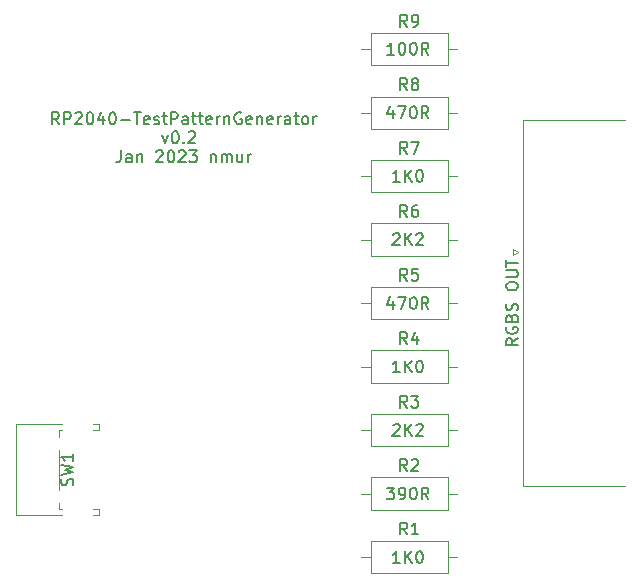
<source format=gto>
%TF.GenerationSoftware,KiCad,Pcbnew,7.0.10*%
%TF.CreationDate,2024-01-30T15:37:57+11:00*%
%TF.ProjectId,RP2040-TestPatternGenerator,52503230-3430-42d5-9465-737450617474,rev?*%
%TF.SameCoordinates,Original*%
%TF.FileFunction,Legend,Top*%
%TF.FilePolarity,Positive*%
%FSLAX46Y46*%
G04 Gerber Fmt 4.6, Leading zero omitted, Abs format (unit mm)*
G04 Created by KiCad (PCBNEW 7.0.10) date 2024-01-30 15:37:57*
%MOMM*%
%LPD*%
G01*
G04 APERTURE LIST*
%ADD10C,0.150000*%
%ADD11C,0.120000*%
%ADD12O,1.600000X1.600000*%
%ADD13C,1.600000*%
%ADD14C,4.000000*%
%ADD15O,4.000000X4.000000*%
%ADD16R,1.600000X1.600000*%
%ADD17C,2.100000*%
%ADD18C,1.750000*%
G04 APERTURE END LIST*
D10*
X149703523Y-75715319D02*
X149132095Y-75715319D01*
X149417809Y-75715319D02*
X149417809Y-74715319D01*
X149417809Y-74715319D02*
X149322571Y-74858176D01*
X149322571Y-74858176D02*
X149227333Y-74953414D01*
X149227333Y-74953414D02*
X149132095Y-75001033D01*
X150132095Y-75715319D02*
X150132095Y-74715319D01*
X150703523Y-75715319D02*
X150274952Y-75143890D01*
X150703523Y-74715319D02*
X150132095Y-75286747D01*
X151322571Y-74715319D02*
X151417809Y-74715319D01*
X151417809Y-74715319D02*
X151513047Y-74762938D01*
X151513047Y-74762938D02*
X151560666Y-74810557D01*
X151560666Y-74810557D02*
X151608285Y-74905795D01*
X151608285Y-74905795D02*
X151655904Y-75096271D01*
X151655904Y-75096271D02*
X151655904Y-75334366D01*
X151655904Y-75334366D02*
X151608285Y-75524842D01*
X151608285Y-75524842D02*
X151560666Y-75620080D01*
X151560666Y-75620080D02*
X151513047Y-75667700D01*
X151513047Y-75667700D02*
X151417809Y-75715319D01*
X151417809Y-75715319D02*
X151322571Y-75715319D01*
X151322571Y-75715319D02*
X151227333Y-75667700D01*
X151227333Y-75667700D02*
X151179714Y-75620080D01*
X151179714Y-75620080D02*
X151132095Y-75524842D01*
X151132095Y-75524842D02*
X151084476Y-75334366D01*
X151084476Y-75334366D02*
X151084476Y-75096271D01*
X151084476Y-75096271D02*
X151132095Y-74905795D01*
X151132095Y-74905795D02*
X151179714Y-74810557D01*
X151179714Y-74810557D02*
X151227333Y-74762938D01*
X151227333Y-74762938D02*
X151322571Y-74715319D01*
X149227333Y-64954819D02*
X148655905Y-64954819D01*
X148941619Y-64954819D02*
X148941619Y-63954819D01*
X148941619Y-63954819D02*
X148846381Y-64097676D01*
X148846381Y-64097676D02*
X148751143Y-64192914D01*
X148751143Y-64192914D02*
X148655905Y-64240533D01*
X149846381Y-63954819D02*
X149941619Y-63954819D01*
X149941619Y-63954819D02*
X150036857Y-64002438D01*
X150036857Y-64002438D02*
X150084476Y-64050057D01*
X150084476Y-64050057D02*
X150132095Y-64145295D01*
X150132095Y-64145295D02*
X150179714Y-64335771D01*
X150179714Y-64335771D02*
X150179714Y-64573866D01*
X150179714Y-64573866D02*
X150132095Y-64764342D01*
X150132095Y-64764342D02*
X150084476Y-64859580D01*
X150084476Y-64859580D02*
X150036857Y-64907200D01*
X150036857Y-64907200D02*
X149941619Y-64954819D01*
X149941619Y-64954819D02*
X149846381Y-64954819D01*
X149846381Y-64954819D02*
X149751143Y-64907200D01*
X149751143Y-64907200D02*
X149703524Y-64859580D01*
X149703524Y-64859580D02*
X149655905Y-64764342D01*
X149655905Y-64764342D02*
X149608286Y-64573866D01*
X149608286Y-64573866D02*
X149608286Y-64335771D01*
X149608286Y-64335771D02*
X149655905Y-64145295D01*
X149655905Y-64145295D02*
X149703524Y-64050057D01*
X149703524Y-64050057D02*
X149751143Y-64002438D01*
X149751143Y-64002438D02*
X149846381Y-63954819D01*
X150798762Y-63954819D02*
X150894000Y-63954819D01*
X150894000Y-63954819D02*
X150989238Y-64002438D01*
X150989238Y-64002438D02*
X151036857Y-64050057D01*
X151036857Y-64050057D02*
X151084476Y-64145295D01*
X151084476Y-64145295D02*
X151132095Y-64335771D01*
X151132095Y-64335771D02*
X151132095Y-64573866D01*
X151132095Y-64573866D02*
X151084476Y-64764342D01*
X151084476Y-64764342D02*
X151036857Y-64859580D01*
X151036857Y-64859580D02*
X150989238Y-64907200D01*
X150989238Y-64907200D02*
X150894000Y-64954819D01*
X150894000Y-64954819D02*
X150798762Y-64954819D01*
X150798762Y-64954819D02*
X150703524Y-64907200D01*
X150703524Y-64907200D02*
X150655905Y-64859580D01*
X150655905Y-64859580D02*
X150608286Y-64764342D01*
X150608286Y-64764342D02*
X150560667Y-64573866D01*
X150560667Y-64573866D02*
X150560667Y-64335771D01*
X150560667Y-64335771D02*
X150608286Y-64145295D01*
X150608286Y-64145295D02*
X150655905Y-64050057D01*
X150655905Y-64050057D02*
X150703524Y-64002438D01*
X150703524Y-64002438D02*
X150798762Y-63954819D01*
X152132095Y-64954819D02*
X151798762Y-64478628D01*
X151560667Y-64954819D02*
X151560667Y-63954819D01*
X151560667Y-63954819D02*
X151941619Y-63954819D01*
X151941619Y-63954819D02*
X152036857Y-64002438D01*
X152036857Y-64002438D02*
X152084476Y-64050057D01*
X152084476Y-64050057D02*
X152132095Y-64145295D01*
X152132095Y-64145295D02*
X152132095Y-64288152D01*
X152132095Y-64288152D02*
X152084476Y-64383390D01*
X152084476Y-64383390D02*
X152036857Y-64431009D01*
X152036857Y-64431009D02*
X151941619Y-64478628D01*
X151941619Y-64478628D02*
X151560667Y-64478628D01*
X149132095Y-69668402D02*
X149132095Y-70335069D01*
X148894000Y-69287450D02*
X148655905Y-70001735D01*
X148655905Y-70001735D02*
X149274952Y-70001735D01*
X149560667Y-69335069D02*
X150227333Y-69335069D01*
X150227333Y-69335069D02*
X149798762Y-70335069D01*
X150798762Y-69335069D02*
X150894000Y-69335069D01*
X150894000Y-69335069D02*
X150989238Y-69382688D01*
X150989238Y-69382688D02*
X151036857Y-69430307D01*
X151036857Y-69430307D02*
X151084476Y-69525545D01*
X151084476Y-69525545D02*
X151132095Y-69716021D01*
X151132095Y-69716021D02*
X151132095Y-69954116D01*
X151132095Y-69954116D02*
X151084476Y-70144592D01*
X151084476Y-70144592D02*
X151036857Y-70239830D01*
X151036857Y-70239830D02*
X150989238Y-70287450D01*
X150989238Y-70287450D02*
X150894000Y-70335069D01*
X150894000Y-70335069D02*
X150798762Y-70335069D01*
X150798762Y-70335069D02*
X150703524Y-70287450D01*
X150703524Y-70287450D02*
X150655905Y-70239830D01*
X150655905Y-70239830D02*
X150608286Y-70144592D01*
X150608286Y-70144592D02*
X150560667Y-69954116D01*
X150560667Y-69954116D02*
X150560667Y-69716021D01*
X150560667Y-69716021D02*
X150608286Y-69525545D01*
X150608286Y-69525545D02*
X150655905Y-69430307D01*
X150655905Y-69430307D02*
X150703524Y-69382688D01*
X150703524Y-69382688D02*
X150798762Y-69335069D01*
X152132095Y-70335069D02*
X151798762Y-69858878D01*
X151560667Y-70335069D02*
X151560667Y-69335069D01*
X151560667Y-69335069D02*
X151941619Y-69335069D01*
X151941619Y-69335069D02*
X152036857Y-69382688D01*
X152036857Y-69382688D02*
X152084476Y-69430307D01*
X152084476Y-69430307D02*
X152132095Y-69525545D01*
X152132095Y-69525545D02*
X152132095Y-69668402D01*
X152132095Y-69668402D02*
X152084476Y-69763640D01*
X152084476Y-69763640D02*
X152036857Y-69811259D01*
X152036857Y-69811259D02*
X151941619Y-69858878D01*
X151941619Y-69858878D02*
X151560667Y-69858878D01*
X148608286Y-101616569D02*
X149227333Y-101616569D01*
X149227333Y-101616569D02*
X148894000Y-101997521D01*
X148894000Y-101997521D02*
X149036857Y-101997521D01*
X149036857Y-101997521D02*
X149132095Y-102045140D01*
X149132095Y-102045140D02*
X149179714Y-102092759D01*
X149179714Y-102092759D02*
X149227333Y-102187997D01*
X149227333Y-102187997D02*
X149227333Y-102426092D01*
X149227333Y-102426092D02*
X149179714Y-102521330D01*
X149179714Y-102521330D02*
X149132095Y-102568950D01*
X149132095Y-102568950D02*
X149036857Y-102616569D01*
X149036857Y-102616569D02*
X148751143Y-102616569D01*
X148751143Y-102616569D02*
X148655905Y-102568950D01*
X148655905Y-102568950D02*
X148608286Y-102521330D01*
X149703524Y-102616569D02*
X149894000Y-102616569D01*
X149894000Y-102616569D02*
X149989238Y-102568950D01*
X149989238Y-102568950D02*
X150036857Y-102521330D01*
X150036857Y-102521330D02*
X150132095Y-102378473D01*
X150132095Y-102378473D02*
X150179714Y-102187997D01*
X150179714Y-102187997D02*
X150179714Y-101807045D01*
X150179714Y-101807045D02*
X150132095Y-101711807D01*
X150132095Y-101711807D02*
X150084476Y-101664188D01*
X150084476Y-101664188D02*
X149989238Y-101616569D01*
X149989238Y-101616569D02*
X149798762Y-101616569D01*
X149798762Y-101616569D02*
X149703524Y-101664188D01*
X149703524Y-101664188D02*
X149655905Y-101711807D01*
X149655905Y-101711807D02*
X149608286Y-101807045D01*
X149608286Y-101807045D02*
X149608286Y-102045140D01*
X149608286Y-102045140D02*
X149655905Y-102140378D01*
X149655905Y-102140378D02*
X149703524Y-102187997D01*
X149703524Y-102187997D02*
X149798762Y-102235616D01*
X149798762Y-102235616D02*
X149989238Y-102235616D01*
X149989238Y-102235616D02*
X150084476Y-102187997D01*
X150084476Y-102187997D02*
X150132095Y-102140378D01*
X150132095Y-102140378D02*
X150179714Y-102045140D01*
X150798762Y-101616569D02*
X150894000Y-101616569D01*
X150894000Y-101616569D02*
X150989238Y-101664188D01*
X150989238Y-101664188D02*
X151036857Y-101711807D01*
X151036857Y-101711807D02*
X151084476Y-101807045D01*
X151084476Y-101807045D02*
X151132095Y-101997521D01*
X151132095Y-101997521D02*
X151132095Y-102235616D01*
X151132095Y-102235616D02*
X151084476Y-102426092D01*
X151084476Y-102426092D02*
X151036857Y-102521330D01*
X151036857Y-102521330D02*
X150989238Y-102568950D01*
X150989238Y-102568950D02*
X150894000Y-102616569D01*
X150894000Y-102616569D02*
X150798762Y-102616569D01*
X150798762Y-102616569D02*
X150703524Y-102568950D01*
X150703524Y-102568950D02*
X150655905Y-102521330D01*
X150655905Y-102521330D02*
X150608286Y-102426092D01*
X150608286Y-102426092D02*
X150560667Y-102235616D01*
X150560667Y-102235616D02*
X150560667Y-101997521D01*
X150560667Y-101997521D02*
X150608286Y-101807045D01*
X150608286Y-101807045D02*
X150655905Y-101711807D01*
X150655905Y-101711807D02*
X150703524Y-101664188D01*
X150703524Y-101664188D02*
X150798762Y-101616569D01*
X152132095Y-102616569D02*
X151798762Y-102140378D01*
X151560667Y-102616569D02*
X151560667Y-101616569D01*
X151560667Y-101616569D02*
X151941619Y-101616569D01*
X151941619Y-101616569D02*
X152036857Y-101664188D01*
X152036857Y-101664188D02*
X152084476Y-101711807D01*
X152084476Y-101711807D02*
X152132095Y-101807045D01*
X152132095Y-101807045D02*
X152132095Y-101949902D01*
X152132095Y-101949902D02*
X152084476Y-102045140D01*
X152084476Y-102045140D02*
X152036857Y-102092759D01*
X152036857Y-102092759D02*
X151941619Y-102140378D01*
X151941619Y-102140378D02*
X151560667Y-102140378D01*
X120852378Y-70844819D02*
X120519045Y-70368628D01*
X120280950Y-70844819D02*
X120280950Y-69844819D01*
X120280950Y-69844819D02*
X120661902Y-69844819D01*
X120661902Y-69844819D02*
X120757140Y-69892438D01*
X120757140Y-69892438D02*
X120804759Y-69940057D01*
X120804759Y-69940057D02*
X120852378Y-70035295D01*
X120852378Y-70035295D02*
X120852378Y-70178152D01*
X120852378Y-70178152D02*
X120804759Y-70273390D01*
X120804759Y-70273390D02*
X120757140Y-70321009D01*
X120757140Y-70321009D02*
X120661902Y-70368628D01*
X120661902Y-70368628D02*
X120280950Y-70368628D01*
X121280950Y-70844819D02*
X121280950Y-69844819D01*
X121280950Y-69844819D02*
X121661902Y-69844819D01*
X121661902Y-69844819D02*
X121757140Y-69892438D01*
X121757140Y-69892438D02*
X121804759Y-69940057D01*
X121804759Y-69940057D02*
X121852378Y-70035295D01*
X121852378Y-70035295D02*
X121852378Y-70178152D01*
X121852378Y-70178152D02*
X121804759Y-70273390D01*
X121804759Y-70273390D02*
X121757140Y-70321009D01*
X121757140Y-70321009D02*
X121661902Y-70368628D01*
X121661902Y-70368628D02*
X121280950Y-70368628D01*
X122233331Y-69940057D02*
X122280950Y-69892438D01*
X122280950Y-69892438D02*
X122376188Y-69844819D01*
X122376188Y-69844819D02*
X122614283Y-69844819D01*
X122614283Y-69844819D02*
X122709521Y-69892438D01*
X122709521Y-69892438D02*
X122757140Y-69940057D01*
X122757140Y-69940057D02*
X122804759Y-70035295D01*
X122804759Y-70035295D02*
X122804759Y-70130533D01*
X122804759Y-70130533D02*
X122757140Y-70273390D01*
X122757140Y-70273390D02*
X122185712Y-70844819D01*
X122185712Y-70844819D02*
X122804759Y-70844819D01*
X123423807Y-69844819D02*
X123519045Y-69844819D01*
X123519045Y-69844819D02*
X123614283Y-69892438D01*
X123614283Y-69892438D02*
X123661902Y-69940057D01*
X123661902Y-69940057D02*
X123709521Y-70035295D01*
X123709521Y-70035295D02*
X123757140Y-70225771D01*
X123757140Y-70225771D02*
X123757140Y-70463866D01*
X123757140Y-70463866D02*
X123709521Y-70654342D01*
X123709521Y-70654342D02*
X123661902Y-70749580D01*
X123661902Y-70749580D02*
X123614283Y-70797200D01*
X123614283Y-70797200D02*
X123519045Y-70844819D01*
X123519045Y-70844819D02*
X123423807Y-70844819D01*
X123423807Y-70844819D02*
X123328569Y-70797200D01*
X123328569Y-70797200D02*
X123280950Y-70749580D01*
X123280950Y-70749580D02*
X123233331Y-70654342D01*
X123233331Y-70654342D02*
X123185712Y-70463866D01*
X123185712Y-70463866D02*
X123185712Y-70225771D01*
X123185712Y-70225771D02*
X123233331Y-70035295D01*
X123233331Y-70035295D02*
X123280950Y-69940057D01*
X123280950Y-69940057D02*
X123328569Y-69892438D01*
X123328569Y-69892438D02*
X123423807Y-69844819D01*
X124614283Y-70178152D02*
X124614283Y-70844819D01*
X124376188Y-69797200D02*
X124138093Y-70511485D01*
X124138093Y-70511485D02*
X124757140Y-70511485D01*
X125328569Y-69844819D02*
X125423807Y-69844819D01*
X125423807Y-69844819D02*
X125519045Y-69892438D01*
X125519045Y-69892438D02*
X125566664Y-69940057D01*
X125566664Y-69940057D02*
X125614283Y-70035295D01*
X125614283Y-70035295D02*
X125661902Y-70225771D01*
X125661902Y-70225771D02*
X125661902Y-70463866D01*
X125661902Y-70463866D02*
X125614283Y-70654342D01*
X125614283Y-70654342D02*
X125566664Y-70749580D01*
X125566664Y-70749580D02*
X125519045Y-70797200D01*
X125519045Y-70797200D02*
X125423807Y-70844819D01*
X125423807Y-70844819D02*
X125328569Y-70844819D01*
X125328569Y-70844819D02*
X125233331Y-70797200D01*
X125233331Y-70797200D02*
X125185712Y-70749580D01*
X125185712Y-70749580D02*
X125138093Y-70654342D01*
X125138093Y-70654342D02*
X125090474Y-70463866D01*
X125090474Y-70463866D02*
X125090474Y-70225771D01*
X125090474Y-70225771D02*
X125138093Y-70035295D01*
X125138093Y-70035295D02*
X125185712Y-69940057D01*
X125185712Y-69940057D02*
X125233331Y-69892438D01*
X125233331Y-69892438D02*
X125328569Y-69844819D01*
X126090474Y-70463866D02*
X126852379Y-70463866D01*
X127185712Y-69844819D02*
X127757140Y-69844819D01*
X127471426Y-70844819D02*
X127471426Y-69844819D01*
X128471426Y-70797200D02*
X128376188Y-70844819D01*
X128376188Y-70844819D02*
X128185712Y-70844819D01*
X128185712Y-70844819D02*
X128090474Y-70797200D01*
X128090474Y-70797200D02*
X128042855Y-70701961D01*
X128042855Y-70701961D02*
X128042855Y-70321009D01*
X128042855Y-70321009D02*
X128090474Y-70225771D01*
X128090474Y-70225771D02*
X128185712Y-70178152D01*
X128185712Y-70178152D02*
X128376188Y-70178152D01*
X128376188Y-70178152D02*
X128471426Y-70225771D01*
X128471426Y-70225771D02*
X128519045Y-70321009D01*
X128519045Y-70321009D02*
X128519045Y-70416247D01*
X128519045Y-70416247D02*
X128042855Y-70511485D01*
X128899998Y-70797200D02*
X128995236Y-70844819D01*
X128995236Y-70844819D02*
X129185712Y-70844819D01*
X129185712Y-70844819D02*
X129280950Y-70797200D01*
X129280950Y-70797200D02*
X129328569Y-70701961D01*
X129328569Y-70701961D02*
X129328569Y-70654342D01*
X129328569Y-70654342D02*
X129280950Y-70559104D01*
X129280950Y-70559104D02*
X129185712Y-70511485D01*
X129185712Y-70511485D02*
X129042855Y-70511485D01*
X129042855Y-70511485D02*
X128947617Y-70463866D01*
X128947617Y-70463866D02*
X128899998Y-70368628D01*
X128899998Y-70368628D02*
X128899998Y-70321009D01*
X128899998Y-70321009D02*
X128947617Y-70225771D01*
X128947617Y-70225771D02*
X129042855Y-70178152D01*
X129042855Y-70178152D02*
X129185712Y-70178152D01*
X129185712Y-70178152D02*
X129280950Y-70225771D01*
X129614284Y-70178152D02*
X129995236Y-70178152D01*
X129757141Y-69844819D02*
X129757141Y-70701961D01*
X129757141Y-70701961D02*
X129804760Y-70797200D01*
X129804760Y-70797200D02*
X129899998Y-70844819D01*
X129899998Y-70844819D02*
X129995236Y-70844819D01*
X130328570Y-70844819D02*
X130328570Y-69844819D01*
X130328570Y-69844819D02*
X130709522Y-69844819D01*
X130709522Y-69844819D02*
X130804760Y-69892438D01*
X130804760Y-69892438D02*
X130852379Y-69940057D01*
X130852379Y-69940057D02*
X130899998Y-70035295D01*
X130899998Y-70035295D02*
X130899998Y-70178152D01*
X130899998Y-70178152D02*
X130852379Y-70273390D01*
X130852379Y-70273390D02*
X130804760Y-70321009D01*
X130804760Y-70321009D02*
X130709522Y-70368628D01*
X130709522Y-70368628D02*
X130328570Y-70368628D01*
X131757141Y-70844819D02*
X131757141Y-70321009D01*
X131757141Y-70321009D02*
X131709522Y-70225771D01*
X131709522Y-70225771D02*
X131614284Y-70178152D01*
X131614284Y-70178152D02*
X131423808Y-70178152D01*
X131423808Y-70178152D02*
X131328570Y-70225771D01*
X131757141Y-70797200D02*
X131661903Y-70844819D01*
X131661903Y-70844819D02*
X131423808Y-70844819D01*
X131423808Y-70844819D02*
X131328570Y-70797200D01*
X131328570Y-70797200D02*
X131280951Y-70701961D01*
X131280951Y-70701961D02*
X131280951Y-70606723D01*
X131280951Y-70606723D02*
X131328570Y-70511485D01*
X131328570Y-70511485D02*
X131423808Y-70463866D01*
X131423808Y-70463866D02*
X131661903Y-70463866D01*
X131661903Y-70463866D02*
X131757141Y-70416247D01*
X132090475Y-70178152D02*
X132471427Y-70178152D01*
X132233332Y-69844819D02*
X132233332Y-70701961D01*
X132233332Y-70701961D02*
X132280951Y-70797200D01*
X132280951Y-70797200D02*
X132376189Y-70844819D01*
X132376189Y-70844819D02*
X132471427Y-70844819D01*
X132661904Y-70178152D02*
X133042856Y-70178152D01*
X132804761Y-69844819D02*
X132804761Y-70701961D01*
X132804761Y-70701961D02*
X132852380Y-70797200D01*
X132852380Y-70797200D02*
X132947618Y-70844819D01*
X132947618Y-70844819D02*
X133042856Y-70844819D01*
X133757142Y-70797200D02*
X133661904Y-70844819D01*
X133661904Y-70844819D02*
X133471428Y-70844819D01*
X133471428Y-70844819D02*
X133376190Y-70797200D01*
X133376190Y-70797200D02*
X133328571Y-70701961D01*
X133328571Y-70701961D02*
X133328571Y-70321009D01*
X133328571Y-70321009D02*
X133376190Y-70225771D01*
X133376190Y-70225771D02*
X133471428Y-70178152D01*
X133471428Y-70178152D02*
X133661904Y-70178152D01*
X133661904Y-70178152D02*
X133757142Y-70225771D01*
X133757142Y-70225771D02*
X133804761Y-70321009D01*
X133804761Y-70321009D02*
X133804761Y-70416247D01*
X133804761Y-70416247D02*
X133328571Y-70511485D01*
X134233333Y-70844819D02*
X134233333Y-70178152D01*
X134233333Y-70368628D02*
X134280952Y-70273390D01*
X134280952Y-70273390D02*
X134328571Y-70225771D01*
X134328571Y-70225771D02*
X134423809Y-70178152D01*
X134423809Y-70178152D02*
X134519047Y-70178152D01*
X134852381Y-70178152D02*
X134852381Y-70844819D01*
X134852381Y-70273390D02*
X134900000Y-70225771D01*
X134900000Y-70225771D02*
X134995238Y-70178152D01*
X134995238Y-70178152D02*
X135138095Y-70178152D01*
X135138095Y-70178152D02*
X135233333Y-70225771D01*
X135233333Y-70225771D02*
X135280952Y-70321009D01*
X135280952Y-70321009D02*
X135280952Y-70844819D01*
X136280952Y-69892438D02*
X136185714Y-69844819D01*
X136185714Y-69844819D02*
X136042857Y-69844819D01*
X136042857Y-69844819D02*
X135900000Y-69892438D01*
X135900000Y-69892438D02*
X135804762Y-69987676D01*
X135804762Y-69987676D02*
X135757143Y-70082914D01*
X135757143Y-70082914D02*
X135709524Y-70273390D01*
X135709524Y-70273390D02*
X135709524Y-70416247D01*
X135709524Y-70416247D02*
X135757143Y-70606723D01*
X135757143Y-70606723D02*
X135804762Y-70701961D01*
X135804762Y-70701961D02*
X135900000Y-70797200D01*
X135900000Y-70797200D02*
X136042857Y-70844819D01*
X136042857Y-70844819D02*
X136138095Y-70844819D01*
X136138095Y-70844819D02*
X136280952Y-70797200D01*
X136280952Y-70797200D02*
X136328571Y-70749580D01*
X136328571Y-70749580D02*
X136328571Y-70416247D01*
X136328571Y-70416247D02*
X136138095Y-70416247D01*
X137138095Y-70797200D02*
X137042857Y-70844819D01*
X137042857Y-70844819D02*
X136852381Y-70844819D01*
X136852381Y-70844819D02*
X136757143Y-70797200D01*
X136757143Y-70797200D02*
X136709524Y-70701961D01*
X136709524Y-70701961D02*
X136709524Y-70321009D01*
X136709524Y-70321009D02*
X136757143Y-70225771D01*
X136757143Y-70225771D02*
X136852381Y-70178152D01*
X136852381Y-70178152D02*
X137042857Y-70178152D01*
X137042857Y-70178152D02*
X137138095Y-70225771D01*
X137138095Y-70225771D02*
X137185714Y-70321009D01*
X137185714Y-70321009D02*
X137185714Y-70416247D01*
X137185714Y-70416247D02*
X136709524Y-70511485D01*
X137614286Y-70178152D02*
X137614286Y-70844819D01*
X137614286Y-70273390D02*
X137661905Y-70225771D01*
X137661905Y-70225771D02*
X137757143Y-70178152D01*
X137757143Y-70178152D02*
X137900000Y-70178152D01*
X137900000Y-70178152D02*
X137995238Y-70225771D01*
X137995238Y-70225771D02*
X138042857Y-70321009D01*
X138042857Y-70321009D02*
X138042857Y-70844819D01*
X138900000Y-70797200D02*
X138804762Y-70844819D01*
X138804762Y-70844819D02*
X138614286Y-70844819D01*
X138614286Y-70844819D02*
X138519048Y-70797200D01*
X138519048Y-70797200D02*
X138471429Y-70701961D01*
X138471429Y-70701961D02*
X138471429Y-70321009D01*
X138471429Y-70321009D02*
X138519048Y-70225771D01*
X138519048Y-70225771D02*
X138614286Y-70178152D01*
X138614286Y-70178152D02*
X138804762Y-70178152D01*
X138804762Y-70178152D02*
X138900000Y-70225771D01*
X138900000Y-70225771D02*
X138947619Y-70321009D01*
X138947619Y-70321009D02*
X138947619Y-70416247D01*
X138947619Y-70416247D02*
X138471429Y-70511485D01*
X139376191Y-70844819D02*
X139376191Y-70178152D01*
X139376191Y-70368628D02*
X139423810Y-70273390D01*
X139423810Y-70273390D02*
X139471429Y-70225771D01*
X139471429Y-70225771D02*
X139566667Y-70178152D01*
X139566667Y-70178152D02*
X139661905Y-70178152D01*
X140423810Y-70844819D02*
X140423810Y-70321009D01*
X140423810Y-70321009D02*
X140376191Y-70225771D01*
X140376191Y-70225771D02*
X140280953Y-70178152D01*
X140280953Y-70178152D02*
X140090477Y-70178152D01*
X140090477Y-70178152D02*
X139995239Y-70225771D01*
X140423810Y-70797200D02*
X140328572Y-70844819D01*
X140328572Y-70844819D02*
X140090477Y-70844819D01*
X140090477Y-70844819D02*
X139995239Y-70797200D01*
X139995239Y-70797200D02*
X139947620Y-70701961D01*
X139947620Y-70701961D02*
X139947620Y-70606723D01*
X139947620Y-70606723D02*
X139995239Y-70511485D01*
X139995239Y-70511485D02*
X140090477Y-70463866D01*
X140090477Y-70463866D02*
X140328572Y-70463866D01*
X140328572Y-70463866D02*
X140423810Y-70416247D01*
X140757144Y-70178152D02*
X141138096Y-70178152D01*
X140900001Y-69844819D02*
X140900001Y-70701961D01*
X140900001Y-70701961D02*
X140947620Y-70797200D01*
X140947620Y-70797200D02*
X141042858Y-70844819D01*
X141042858Y-70844819D02*
X141138096Y-70844819D01*
X141614287Y-70844819D02*
X141519049Y-70797200D01*
X141519049Y-70797200D02*
X141471430Y-70749580D01*
X141471430Y-70749580D02*
X141423811Y-70654342D01*
X141423811Y-70654342D02*
X141423811Y-70368628D01*
X141423811Y-70368628D02*
X141471430Y-70273390D01*
X141471430Y-70273390D02*
X141519049Y-70225771D01*
X141519049Y-70225771D02*
X141614287Y-70178152D01*
X141614287Y-70178152D02*
X141757144Y-70178152D01*
X141757144Y-70178152D02*
X141852382Y-70225771D01*
X141852382Y-70225771D02*
X141900001Y-70273390D01*
X141900001Y-70273390D02*
X141947620Y-70368628D01*
X141947620Y-70368628D02*
X141947620Y-70654342D01*
X141947620Y-70654342D02*
X141900001Y-70749580D01*
X141900001Y-70749580D02*
X141852382Y-70797200D01*
X141852382Y-70797200D02*
X141757144Y-70844819D01*
X141757144Y-70844819D02*
X141614287Y-70844819D01*
X142376192Y-70844819D02*
X142376192Y-70178152D01*
X142376192Y-70368628D02*
X142423811Y-70273390D01*
X142423811Y-70273390D02*
X142471430Y-70225771D01*
X142471430Y-70225771D02*
X142566668Y-70178152D01*
X142566668Y-70178152D02*
X142661906Y-70178152D01*
X129590476Y-71788152D02*
X129828571Y-72454819D01*
X129828571Y-72454819D02*
X130066666Y-71788152D01*
X130638095Y-71454819D02*
X130733333Y-71454819D01*
X130733333Y-71454819D02*
X130828571Y-71502438D01*
X130828571Y-71502438D02*
X130876190Y-71550057D01*
X130876190Y-71550057D02*
X130923809Y-71645295D01*
X130923809Y-71645295D02*
X130971428Y-71835771D01*
X130971428Y-71835771D02*
X130971428Y-72073866D01*
X130971428Y-72073866D02*
X130923809Y-72264342D01*
X130923809Y-72264342D02*
X130876190Y-72359580D01*
X130876190Y-72359580D02*
X130828571Y-72407200D01*
X130828571Y-72407200D02*
X130733333Y-72454819D01*
X130733333Y-72454819D02*
X130638095Y-72454819D01*
X130638095Y-72454819D02*
X130542857Y-72407200D01*
X130542857Y-72407200D02*
X130495238Y-72359580D01*
X130495238Y-72359580D02*
X130447619Y-72264342D01*
X130447619Y-72264342D02*
X130400000Y-72073866D01*
X130400000Y-72073866D02*
X130400000Y-71835771D01*
X130400000Y-71835771D02*
X130447619Y-71645295D01*
X130447619Y-71645295D02*
X130495238Y-71550057D01*
X130495238Y-71550057D02*
X130542857Y-71502438D01*
X130542857Y-71502438D02*
X130638095Y-71454819D01*
X131400000Y-72359580D02*
X131447619Y-72407200D01*
X131447619Y-72407200D02*
X131400000Y-72454819D01*
X131400000Y-72454819D02*
X131352381Y-72407200D01*
X131352381Y-72407200D02*
X131400000Y-72359580D01*
X131400000Y-72359580D02*
X131400000Y-72454819D01*
X131828571Y-71550057D02*
X131876190Y-71502438D01*
X131876190Y-71502438D02*
X131971428Y-71454819D01*
X131971428Y-71454819D02*
X132209523Y-71454819D01*
X132209523Y-71454819D02*
X132304761Y-71502438D01*
X132304761Y-71502438D02*
X132352380Y-71550057D01*
X132352380Y-71550057D02*
X132399999Y-71645295D01*
X132399999Y-71645295D02*
X132399999Y-71740533D01*
X132399999Y-71740533D02*
X132352380Y-71883390D01*
X132352380Y-71883390D02*
X131780952Y-72454819D01*
X131780952Y-72454819D02*
X132399999Y-72454819D01*
X126090475Y-73064819D02*
X126090475Y-73779104D01*
X126090475Y-73779104D02*
X126042856Y-73921961D01*
X126042856Y-73921961D02*
X125947618Y-74017200D01*
X125947618Y-74017200D02*
X125804761Y-74064819D01*
X125804761Y-74064819D02*
X125709523Y-74064819D01*
X126995237Y-74064819D02*
X126995237Y-73541009D01*
X126995237Y-73541009D02*
X126947618Y-73445771D01*
X126947618Y-73445771D02*
X126852380Y-73398152D01*
X126852380Y-73398152D02*
X126661904Y-73398152D01*
X126661904Y-73398152D02*
X126566666Y-73445771D01*
X126995237Y-74017200D02*
X126899999Y-74064819D01*
X126899999Y-74064819D02*
X126661904Y-74064819D01*
X126661904Y-74064819D02*
X126566666Y-74017200D01*
X126566666Y-74017200D02*
X126519047Y-73921961D01*
X126519047Y-73921961D02*
X126519047Y-73826723D01*
X126519047Y-73826723D02*
X126566666Y-73731485D01*
X126566666Y-73731485D02*
X126661904Y-73683866D01*
X126661904Y-73683866D02*
X126899999Y-73683866D01*
X126899999Y-73683866D02*
X126995237Y-73636247D01*
X127471428Y-73398152D02*
X127471428Y-74064819D01*
X127471428Y-73493390D02*
X127519047Y-73445771D01*
X127519047Y-73445771D02*
X127614285Y-73398152D01*
X127614285Y-73398152D02*
X127757142Y-73398152D01*
X127757142Y-73398152D02*
X127852380Y-73445771D01*
X127852380Y-73445771D02*
X127899999Y-73541009D01*
X127899999Y-73541009D02*
X127899999Y-74064819D01*
X129090476Y-73160057D02*
X129138095Y-73112438D01*
X129138095Y-73112438D02*
X129233333Y-73064819D01*
X129233333Y-73064819D02*
X129471428Y-73064819D01*
X129471428Y-73064819D02*
X129566666Y-73112438D01*
X129566666Y-73112438D02*
X129614285Y-73160057D01*
X129614285Y-73160057D02*
X129661904Y-73255295D01*
X129661904Y-73255295D02*
X129661904Y-73350533D01*
X129661904Y-73350533D02*
X129614285Y-73493390D01*
X129614285Y-73493390D02*
X129042857Y-74064819D01*
X129042857Y-74064819D02*
X129661904Y-74064819D01*
X130280952Y-73064819D02*
X130376190Y-73064819D01*
X130376190Y-73064819D02*
X130471428Y-73112438D01*
X130471428Y-73112438D02*
X130519047Y-73160057D01*
X130519047Y-73160057D02*
X130566666Y-73255295D01*
X130566666Y-73255295D02*
X130614285Y-73445771D01*
X130614285Y-73445771D02*
X130614285Y-73683866D01*
X130614285Y-73683866D02*
X130566666Y-73874342D01*
X130566666Y-73874342D02*
X130519047Y-73969580D01*
X130519047Y-73969580D02*
X130471428Y-74017200D01*
X130471428Y-74017200D02*
X130376190Y-74064819D01*
X130376190Y-74064819D02*
X130280952Y-74064819D01*
X130280952Y-74064819D02*
X130185714Y-74017200D01*
X130185714Y-74017200D02*
X130138095Y-73969580D01*
X130138095Y-73969580D02*
X130090476Y-73874342D01*
X130090476Y-73874342D02*
X130042857Y-73683866D01*
X130042857Y-73683866D02*
X130042857Y-73445771D01*
X130042857Y-73445771D02*
X130090476Y-73255295D01*
X130090476Y-73255295D02*
X130138095Y-73160057D01*
X130138095Y-73160057D02*
X130185714Y-73112438D01*
X130185714Y-73112438D02*
X130280952Y-73064819D01*
X130995238Y-73160057D02*
X131042857Y-73112438D01*
X131042857Y-73112438D02*
X131138095Y-73064819D01*
X131138095Y-73064819D02*
X131376190Y-73064819D01*
X131376190Y-73064819D02*
X131471428Y-73112438D01*
X131471428Y-73112438D02*
X131519047Y-73160057D01*
X131519047Y-73160057D02*
X131566666Y-73255295D01*
X131566666Y-73255295D02*
X131566666Y-73350533D01*
X131566666Y-73350533D02*
X131519047Y-73493390D01*
X131519047Y-73493390D02*
X130947619Y-74064819D01*
X130947619Y-74064819D02*
X131566666Y-74064819D01*
X131900000Y-73064819D02*
X132519047Y-73064819D01*
X132519047Y-73064819D02*
X132185714Y-73445771D01*
X132185714Y-73445771D02*
X132328571Y-73445771D01*
X132328571Y-73445771D02*
X132423809Y-73493390D01*
X132423809Y-73493390D02*
X132471428Y-73541009D01*
X132471428Y-73541009D02*
X132519047Y-73636247D01*
X132519047Y-73636247D02*
X132519047Y-73874342D01*
X132519047Y-73874342D02*
X132471428Y-73969580D01*
X132471428Y-73969580D02*
X132423809Y-74017200D01*
X132423809Y-74017200D02*
X132328571Y-74064819D01*
X132328571Y-74064819D02*
X132042857Y-74064819D01*
X132042857Y-74064819D02*
X131947619Y-74017200D01*
X131947619Y-74017200D02*
X131900000Y-73969580D01*
X133709524Y-73398152D02*
X133709524Y-74064819D01*
X133709524Y-73493390D02*
X133757143Y-73445771D01*
X133757143Y-73445771D02*
X133852381Y-73398152D01*
X133852381Y-73398152D02*
X133995238Y-73398152D01*
X133995238Y-73398152D02*
X134090476Y-73445771D01*
X134090476Y-73445771D02*
X134138095Y-73541009D01*
X134138095Y-73541009D02*
X134138095Y-74064819D01*
X134614286Y-74064819D02*
X134614286Y-73398152D01*
X134614286Y-73493390D02*
X134661905Y-73445771D01*
X134661905Y-73445771D02*
X134757143Y-73398152D01*
X134757143Y-73398152D02*
X134900000Y-73398152D01*
X134900000Y-73398152D02*
X134995238Y-73445771D01*
X134995238Y-73445771D02*
X135042857Y-73541009D01*
X135042857Y-73541009D02*
X135042857Y-74064819D01*
X135042857Y-73541009D02*
X135090476Y-73445771D01*
X135090476Y-73445771D02*
X135185714Y-73398152D01*
X135185714Y-73398152D02*
X135328571Y-73398152D01*
X135328571Y-73398152D02*
X135423810Y-73445771D01*
X135423810Y-73445771D02*
X135471429Y-73541009D01*
X135471429Y-73541009D02*
X135471429Y-74064819D01*
X136376190Y-73398152D02*
X136376190Y-74064819D01*
X135947619Y-73398152D02*
X135947619Y-73921961D01*
X135947619Y-73921961D02*
X135995238Y-74017200D01*
X135995238Y-74017200D02*
X136090476Y-74064819D01*
X136090476Y-74064819D02*
X136233333Y-74064819D01*
X136233333Y-74064819D02*
X136328571Y-74017200D01*
X136328571Y-74017200D02*
X136376190Y-73969580D01*
X136852381Y-74064819D02*
X136852381Y-73398152D01*
X136852381Y-73588628D02*
X136900000Y-73493390D01*
X136900000Y-73493390D02*
X136947619Y-73445771D01*
X136947619Y-73445771D02*
X137042857Y-73398152D01*
X137042857Y-73398152D02*
X137138095Y-73398152D01*
X149132095Y-80190807D02*
X149179714Y-80143188D01*
X149179714Y-80143188D02*
X149274952Y-80095569D01*
X149274952Y-80095569D02*
X149513047Y-80095569D01*
X149513047Y-80095569D02*
X149608285Y-80143188D01*
X149608285Y-80143188D02*
X149655904Y-80190807D01*
X149655904Y-80190807D02*
X149703523Y-80286045D01*
X149703523Y-80286045D02*
X149703523Y-80381283D01*
X149703523Y-80381283D02*
X149655904Y-80524140D01*
X149655904Y-80524140D02*
X149084476Y-81095569D01*
X149084476Y-81095569D02*
X149703523Y-81095569D01*
X150132095Y-81095569D02*
X150132095Y-80095569D01*
X150703523Y-81095569D02*
X150274952Y-80524140D01*
X150703523Y-80095569D02*
X150132095Y-80666997D01*
X151084476Y-80190807D02*
X151132095Y-80143188D01*
X151132095Y-80143188D02*
X151227333Y-80095569D01*
X151227333Y-80095569D02*
X151465428Y-80095569D01*
X151465428Y-80095569D02*
X151560666Y-80143188D01*
X151560666Y-80143188D02*
X151608285Y-80190807D01*
X151608285Y-80190807D02*
X151655904Y-80286045D01*
X151655904Y-80286045D02*
X151655904Y-80381283D01*
X151655904Y-80381283D02*
X151608285Y-80524140D01*
X151608285Y-80524140D02*
X151036857Y-81095569D01*
X151036857Y-81095569D02*
X151655904Y-81095569D01*
X149703523Y-91856069D02*
X149132095Y-91856069D01*
X149417809Y-91856069D02*
X149417809Y-90856069D01*
X149417809Y-90856069D02*
X149322571Y-90998926D01*
X149322571Y-90998926D02*
X149227333Y-91094164D01*
X149227333Y-91094164D02*
X149132095Y-91141783D01*
X150132095Y-91856069D02*
X150132095Y-90856069D01*
X150703523Y-91856069D02*
X150274952Y-91284640D01*
X150703523Y-90856069D02*
X150132095Y-91427497D01*
X151322571Y-90856069D02*
X151417809Y-90856069D01*
X151417809Y-90856069D02*
X151513047Y-90903688D01*
X151513047Y-90903688D02*
X151560666Y-90951307D01*
X151560666Y-90951307D02*
X151608285Y-91046545D01*
X151608285Y-91046545D02*
X151655904Y-91237021D01*
X151655904Y-91237021D02*
X151655904Y-91475116D01*
X151655904Y-91475116D02*
X151608285Y-91665592D01*
X151608285Y-91665592D02*
X151560666Y-91760830D01*
X151560666Y-91760830D02*
X151513047Y-91808450D01*
X151513047Y-91808450D02*
X151417809Y-91856069D01*
X151417809Y-91856069D02*
X151322571Y-91856069D01*
X151322571Y-91856069D02*
X151227333Y-91808450D01*
X151227333Y-91808450D02*
X151179714Y-91760830D01*
X151179714Y-91760830D02*
X151132095Y-91665592D01*
X151132095Y-91665592D02*
X151084476Y-91475116D01*
X151084476Y-91475116D02*
X151084476Y-91237021D01*
X151084476Y-91237021D02*
X151132095Y-91046545D01*
X151132095Y-91046545D02*
X151179714Y-90951307D01*
X151179714Y-90951307D02*
X151227333Y-90903688D01*
X151227333Y-90903688D02*
X151322571Y-90856069D01*
X149132095Y-85809152D02*
X149132095Y-86475819D01*
X148894000Y-85428200D02*
X148655905Y-86142485D01*
X148655905Y-86142485D02*
X149274952Y-86142485D01*
X149560667Y-85475819D02*
X150227333Y-85475819D01*
X150227333Y-85475819D02*
X149798762Y-86475819D01*
X150798762Y-85475819D02*
X150894000Y-85475819D01*
X150894000Y-85475819D02*
X150989238Y-85523438D01*
X150989238Y-85523438D02*
X151036857Y-85571057D01*
X151036857Y-85571057D02*
X151084476Y-85666295D01*
X151084476Y-85666295D02*
X151132095Y-85856771D01*
X151132095Y-85856771D02*
X151132095Y-86094866D01*
X151132095Y-86094866D02*
X151084476Y-86285342D01*
X151084476Y-86285342D02*
X151036857Y-86380580D01*
X151036857Y-86380580D02*
X150989238Y-86428200D01*
X150989238Y-86428200D02*
X150894000Y-86475819D01*
X150894000Y-86475819D02*
X150798762Y-86475819D01*
X150798762Y-86475819D02*
X150703524Y-86428200D01*
X150703524Y-86428200D02*
X150655905Y-86380580D01*
X150655905Y-86380580D02*
X150608286Y-86285342D01*
X150608286Y-86285342D02*
X150560667Y-86094866D01*
X150560667Y-86094866D02*
X150560667Y-85856771D01*
X150560667Y-85856771D02*
X150608286Y-85666295D01*
X150608286Y-85666295D02*
X150655905Y-85571057D01*
X150655905Y-85571057D02*
X150703524Y-85523438D01*
X150703524Y-85523438D02*
X150798762Y-85475819D01*
X152132095Y-86475819D02*
X151798762Y-85999628D01*
X151560667Y-86475819D02*
X151560667Y-85475819D01*
X151560667Y-85475819D02*
X151941619Y-85475819D01*
X151941619Y-85475819D02*
X152036857Y-85523438D01*
X152036857Y-85523438D02*
X152084476Y-85571057D01*
X152084476Y-85571057D02*
X152132095Y-85666295D01*
X152132095Y-85666295D02*
X152132095Y-85809152D01*
X152132095Y-85809152D02*
X152084476Y-85904390D01*
X152084476Y-85904390D02*
X152036857Y-85952009D01*
X152036857Y-85952009D02*
X151941619Y-85999628D01*
X151941619Y-85999628D02*
X151560667Y-85999628D01*
X149132095Y-96331557D02*
X149179714Y-96283938D01*
X149179714Y-96283938D02*
X149274952Y-96236319D01*
X149274952Y-96236319D02*
X149513047Y-96236319D01*
X149513047Y-96236319D02*
X149608285Y-96283938D01*
X149608285Y-96283938D02*
X149655904Y-96331557D01*
X149655904Y-96331557D02*
X149703523Y-96426795D01*
X149703523Y-96426795D02*
X149703523Y-96522033D01*
X149703523Y-96522033D02*
X149655904Y-96664890D01*
X149655904Y-96664890D02*
X149084476Y-97236319D01*
X149084476Y-97236319D02*
X149703523Y-97236319D01*
X150132095Y-97236319D02*
X150132095Y-96236319D01*
X150703523Y-97236319D02*
X150274952Y-96664890D01*
X150703523Y-96236319D02*
X150132095Y-96807747D01*
X151084476Y-96331557D02*
X151132095Y-96283938D01*
X151132095Y-96283938D02*
X151227333Y-96236319D01*
X151227333Y-96236319D02*
X151465428Y-96236319D01*
X151465428Y-96236319D02*
X151560666Y-96283938D01*
X151560666Y-96283938D02*
X151608285Y-96331557D01*
X151608285Y-96331557D02*
X151655904Y-96426795D01*
X151655904Y-96426795D02*
X151655904Y-96522033D01*
X151655904Y-96522033D02*
X151608285Y-96664890D01*
X151608285Y-96664890D02*
X151036857Y-97236319D01*
X151036857Y-97236319D02*
X151655904Y-97236319D01*
X149703523Y-107996819D02*
X149132095Y-107996819D01*
X149417809Y-107996819D02*
X149417809Y-106996819D01*
X149417809Y-106996819D02*
X149322571Y-107139676D01*
X149322571Y-107139676D02*
X149227333Y-107234914D01*
X149227333Y-107234914D02*
X149132095Y-107282533D01*
X150132095Y-107996819D02*
X150132095Y-106996819D01*
X150703523Y-107996819D02*
X150274952Y-107425390D01*
X150703523Y-106996819D02*
X150132095Y-107568247D01*
X151322571Y-106996819D02*
X151417809Y-106996819D01*
X151417809Y-106996819D02*
X151513047Y-107044438D01*
X151513047Y-107044438D02*
X151560666Y-107092057D01*
X151560666Y-107092057D02*
X151608285Y-107187295D01*
X151608285Y-107187295D02*
X151655904Y-107377771D01*
X151655904Y-107377771D02*
X151655904Y-107615866D01*
X151655904Y-107615866D02*
X151608285Y-107806342D01*
X151608285Y-107806342D02*
X151560666Y-107901580D01*
X151560666Y-107901580D02*
X151513047Y-107949200D01*
X151513047Y-107949200D02*
X151417809Y-107996819D01*
X151417809Y-107996819D02*
X151322571Y-107996819D01*
X151322571Y-107996819D02*
X151227333Y-107949200D01*
X151227333Y-107949200D02*
X151179714Y-107901580D01*
X151179714Y-107901580D02*
X151132095Y-107806342D01*
X151132095Y-107806342D02*
X151084476Y-107615866D01*
X151084476Y-107615866D02*
X151084476Y-107377771D01*
X151084476Y-107377771D02*
X151132095Y-107187295D01*
X151132095Y-107187295D02*
X151179714Y-107092057D01*
X151179714Y-107092057D02*
X151227333Y-107044438D01*
X151227333Y-107044438D02*
X151322571Y-106996819D01*
X150333333Y-67959819D02*
X150000000Y-67483628D01*
X149761905Y-67959819D02*
X149761905Y-66959819D01*
X149761905Y-66959819D02*
X150142857Y-66959819D01*
X150142857Y-66959819D02*
X150238095Y-67007438D01*
X150238095Y-67007438D02*
X150285714Y-67055057D01*
X150285714Y-67055057D02*
X150333333Y-67150295D01*
X150333333Y-67150295D02*
X150333333Y-67293152D01*
X150333333Y-67293152D02*
X150285714Y-67388390D01*
X150285714Y-67388390D02*
X150238095Y-67436009D01*
X150238095Y-67436009D02*
X150142857Y-67483628D01*
X150142857Y-67483628D02*
X149761905Y-67483628D01*
X150904762Y-67388390D02*
X150809524Y-67340771D01*
X150809524Y-67340771D02*
X150761905Y-67293152D01*
X150761905Y-67293152D02*
X150714286Y-67197914D01*
X150714286Y-67197914D02*
X150714286Y-67150295D01*
X150714286Y-67150295D02*
X150761905Y-67055057D01*
X150761905Y-67055057D02*
X150809524Y-67007438D01*
X150809524Y-67007438D02*
X150904762Y-66959819D01*
X150904762Y-66959819D02*
X151095238Y-66959819D01*
X151095238Y-66959819D02*
X151190476Y-67007438D01*
X151190476Y-67007438D02*
X151238095Y-67055057D01*
X151238095Y-67055057D02*
X151285714Y-67150295D01*
X151285714Y-67150295D02*
X151285714Y-67197914D01*
X151285714Y-67197914D02*
X151238095Y-67293152D01*
X151238095Y-67293152D02*
X151190476Y-67340771D01*
X151190476Y-67340771D02*
X151095238Y-67388390D01*
X151095238Y-67388390D02*
X150904762Y-67388390D01*
X150904762Y-67388390D02*
X150809524Y-67436009D01*
X150809524Y-67436009D02*
X150761905Y-67483628D01*
X150761905Y-67483628D02*
X150714286Y-67578866D01*
X150714286Y-67578866D02*
X150714286Y-67769342D01*
X150714286Y-67769342D02*
X150761905Y-67864580D01*
X150761905Y-67864580D02*
X150809524Y-67912200D01*
X150809524Y-67912200D02*
X150904762Y-67959819D01*
X150904762Y-67959819D02*
X151095238Y-67959819D01*
X151095238Y-67959819D02*
X151190476Y-67912200D01*
X151190476Y-67912200D02*
X151238095Y-67864580D01*
X151238095Y-67864580D02*
X151285714Y-67769342D01*
X151285714Y-67769342D02*
X151285714Y-67578866D01*
X151285714Y-67578866D02*
X151238095Y-67483628D01*
X151238095Y-67483628D02*
X151190476Y-67436009D01*
X151190476Y-67436009D02*
X151095238Y-67388390D01*
X150333333Y-73334819D02*
X150000000Y-72858628D01*
X149761905Y-73334819D02*
X149761905Y-72334819D01*
X149761905Y-72334819D02*
X150142857Y-72334819D01*
X150142857Y-72334819D02*
X150238095Y-72382438D01*
X150238095Y-72382438D02*
X150285714Y-72430057D01*
X150285714Y-72430057D02*
X150333333Y-72525295D01*
X150333333Y-72525295D02*
X150333333Y-72668152D01*
X150333333Y-72668152D02*
X150285714Y-72763390D01*
X150285714Y-72763390D02*
X150238095Y-72811009D01*
X150238095Y-72811009D02*
X150142857Y-72858628D01*
X150142857Y-72858628D02*
X149761905Y-72858628D01*
X150666667Y-72334819D02*
X151333333Y-72334819D01*
X151333333Y-72334819D02*
X150904762Y-73334819D01*
X150333333Y-94834819D02*
X150000000Y-94358628D01*
X149761905Y-94834819D02*
X149761905Y-93834819D01*
X149761905Y-93834819D02*
X150142857Y-93834819D01*
X150142857Y-93834819D02*
X150238095Y-93882438D01*
X150238095Y-93882438D02*
X150285714Y-93930057D01*
X150285714Y-93930057D02*
X150333333Y-94025295D01*
X150333333Y-94025295D02*
X150333333Y-94168152D01*
X150333333Y-94168152D02*
X150285714Y-94263390D01*
X150285714Y-94263390D02*
X150238095Y-94311009D01*
X150238095Y-94311009D02*
X150142857Y-94358628D01*
X150142857Y-94358628D02*
X149761905Y-94358628D01*
X150666667Y-93834819D02*
X151285714Y-93834819D01*
X151285714Y-93834819D02*
X150952381Y-94215771D01*
X150952381Y-94215771D02*
X151095238Y-94215771D01*
X151095238Y-94215771D02*
X151190476Y-94263390D01*
X151190476Y-94263390D02*
X151238095Y-94311009D01*
X151238095Y-94311009D02*
X151285714Y-94406247D01*
X151285714Y-94406247D02*
X151285714Y-94644342D01*
X151285714Y-94644342D02*
X151238095Y-94739580D01*
X151238095Y-94739580D02*
X151190476Y-94787200D01*
X151190476Y-94787200D02*
X151095238Y-94834819D01*
X151095238Y-94834819D02*
X150809524Y-94834819D01*
X150809524Y-94834819D02*
X150714286Y-94787200D01*
X150714286Y-94787200D02*
X150666667Y-94739580D01*
X150333333Y-78709819D02*
X150000000Y-78233628D01*
X149761905Y-78709819D02*
X149761905Y-77709819D01*
X149761905Y-77709819D02*
X150142857Y-77709819D01*
X150142857Y-77709819D02*
X150238095Y-77757438D01*
X150238095Y-77757438D02*
X150285714Y-77805057D01*
X150285714Y-77805057D02*
X150333333Y-77900295D01*
X150333333Y-77900295D02*
X150333333Y-78043152D01*
X150333333Y-78043152D02*
X150285714Y-78138390D01*
X150285714Y-78138390D02*
X150238095Y-78186009D01*
X150238095Y-78186009D02*
X150142857Y-78233628D01*
X150142857Y-78233628D02*
X149761905Y-78233628D01*
X151190476Y-77709819D02*
X151000000Y-77709819D01*
X151000000Y-77709819D02*
X150904762Y-77757438D01*
X150904762Y-77757438D02*
X150857143Y-77805057D01*
X150857143Y-77805057D02*
X150761905Y-77947914D01*
X150761905Y-77947914D02*
X150714286Y-78138390D01*
X150714286Y-78138390D02*
X150714286Y-78519342D01*
X150714286Y-78519342D02*
X150761905Y-78614580D01*
X150761905Y-78614580D02*
X150809524Y-78662200D01*
X150809524Y-78662200D02*
X150904762Y-78709819D01*
X150904762Y-78709819D02*
X151095238Y-78709819D01*
X151095238Y-78709819D02*
X151190476Y-78662200D01*
X151190476Y-78662200D02*
X151238095Y-78614580D01*
X151238095Y-78614580D02*
X151285714Y-78519342D01*
X151285714Y-78519342D02*
X151285714Y-78281247D01*
X151285714Y-78281247D02*
X151238095Y-78186009D01*
X151238095Y-78186009D02*
X151190476Y-78138390D01*
X151190476Y-78138390D02*
X151095238Y-78090771D01*
X151095238Y-78090771D02*
X150904762Y-78090771D01*
X150904762Y-78090771D02*
X150809524Y-78138390D01*
X150809524Y-78138390D02*
X150761905Y-78186009D01*
X150761905Y-78186009D02*
X150714286Y-78281247D01*
X150333333Y-62584819D02*
X150000000Y-62108628D01*
X149761905Y-62584819D02*
X149761905Y-61584819D01*
X149761905Y-61584819D02*
X150142857Y-61584819D01*
X150142857Y-61584819D02*
X150238095Y-61632438D01*
X150238095Y-61632438D02*
X150285714Y-61680057D01*
X150285714Y-61680057D02*
X150333333Y-61775295D01*
X150333333Y-61775295D02*
X150333333Y-61918152D01*
X150333333Y-61918152D02*
X150285714Y-62013390D01*
X150285714Y-62013390D02*
X150238095Y-62061009D01*
X150238095Y-62061009D02*
X150142857Y-62108628D01*
X150142857Y-62108628D02*
X149761905Y-62108628D01*
X150809524Y-62584819D02*
X151000000Y-62584819D01*
X151000000Y-62584819D02*
X151095238Y-62537200D01*
X151095238Y-62537200D02*
X151142857Y-62489580D01*
X151142857Y-62489580D02*
X151238095Y-62346723D01*
X151238095Y-62346723D02*
X151285714Y-62156247D01*
X151285714Y-62156247D02*
X151285714Y-61775295D01*
X151285714Y-61775295D02*
X151238095Y-61680057D01*
X151238095Y-61680057D02*
X151190476Y-61632438D01*
X151190476Y-61632438D02*
X151095238Y-61584819D01*
X151095238Y-61584819D02*
X150904762Y-61584819D01*
X150904762Y-61584819D02*
X150809524Y-61632438D01*
X150809524Y-61632438D02*
X150761905Y-61680057D01*
X150761905Y-61680057D02*
X150714286Y-61775295D01*
X150714286Y-61775295D02*
X150714286Y-62013390D01*
X150714286Y-62013390D02*
X150761905Y-62108628D01*
X150761905Y-62108628D02*
X150809524Y-62156247D01*
X150809524Y-62156247D02*
X150904762Y-62203866D01*
X150904762Y-62203866D02*
X151095238Y-62203866D01*
X151095238Y-62203866D02*
X151190476Y-62156247D01*
X151190476Y-62156247D02*
X151238095Y-62108628D01*
X151238095Y-62108628D02*
X151285714Y-62013390D01*
X150333333Y-105584819D02*
X150000000Y-105108628D01*
X149761905Y-105584819D02*
X149761905Y-104584819D01*
X149761905Y-104584819D02*
X150142857Y-104584819D01*
X150142857Y-104584819D02*
X150238095Y-104632438D01*
X150238095Y-104632438D02*
X150285714Y-104680057D01*
X150285714Y-104680057D02*
X150333333Y-104775295D01*
X150333333Y-104775295D02*
X150333333Y-104918152D01*
X150333333Y-104918152D02*
X150285714Y-105013390D01*
X150285714Y-105013390D02*
X150238095Y-105061009D01*
X150238095Y-105061009D02*
X150142857Y-105108628D01*
X150142857Y-105108628D02*
X149761905Y-105108628D01*
X151285714Y-105584819D02*
X150714286Y-105584819D01*
X151000000Y-105584819D02*
X151000000Y-104584819D01*
X151000000Y-104584819D02*
X150904762Y-104727676D01*
X150904762Y-104727676D02*
X150809524Y-104822914D01*
X150809524Y-104822914D02*
X150714286Y-104870533D01*
X150333333Y-84084819D02*
X150000000Y-83608628D01*
X149761905Y-84084819D02*
X149761905Y-83084819D01*
X149761905Y-83084819D02*
X150142857Y-83084819D01*
X150142857Y-83084819D02*
X150238095Y-83132438D01*
X150238095Y-83132438D02*
X150285714Y-83180057D01*
X150285714Y-83180057D02*
X150333333Y-83275295D01*
X150333333Y-83275295D02*
X150333333Y-83418152D01*
X150333333Y-83418152D02*
X150285714Y-83513390D01*
X150285714Y-83513390D02*
X150238095Y-83561009D01*
X150238095Y-83561009D02*
X150142857Y-83608628D01*
X150142857Y-83608628D02*
X149761905Y-83608628D01*
X151238095Y-83084819D02*
X150761905Y-83084819D01*
X150761905Y-83084819D02*
X150714286Y-83561009D01*
X150714286Y-83561009D02*
X150761905Y-83513390D01*
X150761905Y-83513390D02*
X150857143Y-83465771D01*
X150857143Y-83465771D02*
X151095238Y-83465771D01*
X151095238Y-83465771D02*
X151190476Y-83513390D01*
X151190476Y-83513390D02*
X151238095Y-83561009D01*
X151238095Y-83561009D02*
X151285714Y-83656247D01*
X151285714Y-83656247D02*
X151285714Y-83894342D01*
X151285714Y-83894342D02*
X151238095Y-83989580D01*
X151238095Y-83989580D02*
X151190476Y-84037200D01*
X151190476Y-84037200D02*
X151095238Y-84084819D01*
X151095238Y-84084819D02*
X150857143Y-84084819D01*
X150857143Y-84084819D02*
X150761905Y-84037200D01*
X150761905Y-84037200D02*
X150714286Y-83989580D01*
X150333333Y-89459819D02*
X150000000Y-88983628D01*
X149761905Y-89459819D02*
X149761905Y-88459819D01*
X149761905Y-88459819D02*
X150142857Y-88459819D01*
X150142857Y-88459819D02*
X150238095Y-88507438D01*
X150238095Y-88507438D02*
X150285714Y-88555057D01*
X150285714Y-88555057D02*
X150333333Y-88650295D01*
X150333333Y-88650295D02*
X150333333Y-88793152D01*
X150333333Y-88793152D02*
X150285714Y-88888390D01*
X150285714Y-88888390D02*
X150238095Y-88936009D01*
X150238095Y-88936009D02*
X150142857Y-88983628D01*
X150142857Y-88983628D02*
X149761905Y-88983628D01*
X151190476Y-88793152D02*
X151190476Y-89459819D01*
X150952381Y-88412200D02*
X150714286Y-89126485D01*
X150714286Y-89126485D02*
X151333333Y-89126485D01*
X159694488Y-88991190D02*
X159218297Y-89324523D01*
X159694488Y-89562618D02*
X158694488Y-89562618D01*
X158694488Y-89562618D02*
X158694488Y-89181666D01*
X158694488Y-89181666D02*
X158742107Y-89086428D01*
X158742107Y-89086428D02*
X158789726Y-89038809D01*
X158789726Y-89038809D02*
X158884964Y-88991190D01*
X158884964Y-88991190D02*
X159027821Y-88991190D01*
X159027821Y-88991190D02*
X159123059Y-89038809D01*
X159123059Y-89038809D02*
X159170678Y-89086428D01*
X159170678Y-89086428D02*
X159218297Y-89181666D01*
X159218297Y-89181666D02*
X159218297Y-89562618D01*
X158742107Y-88038809D02*
X158694488Y-88134047D01*
X158694488Y-88134047D02*
X158694488Y-88276904D01*
X158694488Y-88276904D02*
X158742107Y-88419761D01*
X158742107Y-88419761D02*
X158837345Y-88514999D01*
X158837345Y-88514999D02*
X158932583Y-88562618D01*
X158932583Y-88562618D02*
X159123059Y-88610237D01*
X159123059Y-88610237D02*
X159265916Y-88610237D01*
X159265916Y-88610237D02*
X159456392Y-88562618D01*
X159456392Y-88562618D02*
X159551630Y-88514999D01*
X159551630Y-88514999D02*
X159646869Y-88419761D01*
X159646869Y-88419761D02*
X159694488Y-88276904D01*
X159694488Y-88276904D02*
X159694488Y-88181666D01*
X159694488Y-88181666D02*
X159646869Y-88038809D01*
X159646869Y-88038809D02*
X159599249Y-87991190D01*
X159599249Y-87991190D02*
X159265916Y-87991190D01*
X159265916Y-87991190D02*
X159265916Y-88181666D01*
X159170678Y-87229285D02*
X159218297Y-87086428D01*
X159218297Y-87086428D02*
X159265916Y-87038809D01*
X159265916Y-87038809D02*
X159361154Y-86991190D01*
X159361154Y-86991190D02*
X159504011Y-86991190D01*
X159504011Y-86991190D02*
X159599249Y-87038809D01*
X159599249Y-87038809D02*
X159646869Y-87086428D01*
X159646869Y-87086428D02*
X159694488Y-87181666D01*
X159694488Y-87181666D02*
X159694488Y-87562618D01*
X159694488Y-87562618D02*
X158694488Y-87562618D01*
X158694488Y-87562618D02*
X158694488Y-87229285D01*
X158694488Y-87229285D02*
X158742107Y-87134047D01*
X158742107Y-87134047D02*
X158789726Y-87086428D01*
X158789726Y-87086428D02*
X158884964Y-87038809D01*
X158884964Y-87038809D02*
X158980202Y-87038809D01*
X158980202Y-87038809D02*
X159075440Y-87086428D01*
X159075440Y-87086428D02*
X159123059Y-87134047D01*
X159123059Y-87134047D02*
X159170678Y-87229285D01*
X159170678Y-87229285D02*
X159170678Y-87562618D01*
X159646869Y-86610237D02*
X159694488Y-86467380D01*
X159694488Y-86467380D02*
X159694488Y-86229285D01*
X159694488Y-86229285D02*
X159646869Y-86134047D01*
X159646869Y-86134047D02*
X159599249Y-86086428D01*
X159599249Y-86086428D02*
X159504011Y-86038809D01*
X159504011Y-86038809D02*
X159408773Y-86038809D01*
X159408773Y-86038809D02*
X159313535Y-86086428D01*
X159313535Y-86086428D02*
X159265916Y-86134047D01*
X159265916Y-86134047D02*
X159218297Y-86229285D01*
X159218297Y-86229285D02*
X159170678Y-86419761D01*
X159170678Y-86419761D02*
X159123059Y-86514999D01*
X159123059Y-86514999D02*
X159075440Y-86562618D01*
X159075440Y-86562618D02*
X158980202Y-86610237D01*
X158980202Y-86610237D02*
X158884964Y-86610237D01*
X158884964Y-86610237D02*
X158789726Y-86562618D01*
X158789726Y-86562618D02*
X158742107Y-86514999D01*
X158742107Y-86514999D02*
X158694488Y-86419761D01*
X158694488Y-86419761D02*
X158694488Y-86181666D01*
X158694488Y-86181666D02*
X158742107Y-86038809D01*
X158694488Y-84657856D02*
X158694488Y-84467380D01*
X158694488Y-84467380D02*
X158742107Y-84372142D01*
X158742107Y-84372142D02*
X158837345Y-84276904D01*
X158837345Y-84276904D02*
X159027821Y-84229285D01*
X159027821Y-84229285D02*
X159361154Y-84229285D01*
X159361154Y-84229285D02*
X159551630Y-84276904D01*
X159551630Y-84276904D02*
X159646869Y-84372142D01*
X159646869Y-84372142D02*
X159694488Y-84467380D01*
X159694488Y-84467380D02*
X159694488Y-84657856D01*
X159694488Y-84657856D02*
X159646869Y-84753094D01*
X159646869Y-84753094D02*
X159551630Y-84848332D01*
X159551630Y-84848332D02*
X159361154Y-84895951D01*
X159361154Y-84895951D02*
X159027821Y-84895951D01*
X159027821Y-84895951D02*
X158837345Y-84848332D01*
X158837345Y-84848332D02*
X158742107Y-84753094D01*
X158742107Y-84753094D02*
X158694488Y-84657856D01*
X158694488Y-83800713D02*
X159504011Y-83800713D01*
X159504011Y-83800713D02*
X159599249Y-83753094D01*
X159599249Y-83753094D02*
X159646869Y-83705475D01*
X159646869Y-83705475D02*
X159694488Y-83610237D01*
X159694488Y-83610237D02*
X159694488Y-83419761D01*
X159694488Y-83419761D02*
X159646869Y-83324523D01*
X159646869Y-83324523D02*
X159599249Y-83276904D01*
X159599249Y-83276904D02*
X159504011Y-83229285D01*
X159504011Y-83229285D02*
X158694488Y-83229285D01*
X158694488Y-82895951D02*
X158694488Y-82324523D01*
X159694488Y-82610237D02*
X158694488Y-82610237D01*
X121997200Y-101433332D02*
X122044819Y-101290475D01*
X122044819Y-101290475D02*
X122044819Y-101052380D01*
X122044819Y-101052380D02*
X121997200Y-100957142D01*
X121997200Y-100957142D02*
X121949580Y-100909523D01*
X121949580Y-100909523D02*
X121854342Y-100861904D01*
X121854342Y-100861904D02*
X121759104Y-100861904D01*
X121759104Y-100861904D02*
X121663866Y-100909523D01*
X121663866Y-100909523D02*
X121616247Y-100957142D01*
X121616247Y-100957142D02*
X121568628Y-101052380D01*
X121568628Y-101052380D02*
X121521009Y-101242856D01*
X121521009Y-101242856D02*
X121473390Y-101338094D01*
X121473390Y-101338094D02*
X121425771Y-101385713D01*
X121425771Y-101385713D02*
X121330533Y-101433332D01*
X121330533Y-101433332D02*
X121235295Y-101433332D01*
X121235295Y-101433332D02*
X121140057Y-101385713D01*
X121140057Y-101385713D02*
X121092438Y-101338094D01*
X121092438Y-101338094D02*
X121044819Y-101242856D01*
X121044819Y-101242856D02*
X121044819Y-101004761D01*
X121044819Y-101004761D02*
X121092438Y-100861904D01*
X121044819Y-100528570D02*
X122044819Y-100290475D01*
X122044819Y-100290475D02*
X121330533Y-100099999D01*
X121330533Y-100099999D02*
X122044819Y-99909523D01*
X122044819Y-99909523D02*
X121044819Y-99671428D01*
X122044819Y-98766666D02*
X122044819Y-99338094D01*
X122044819Y-99052380D02*
X121044819Y-99052380D01*
X121044819Y-99052380D02*
X121187676Y-99147618D01*
X121187676Y-99147618D02*
X121282914Y-99242856D01*
X121282914Y-99242856D02*
X121330533Y-99338094D01*
X150333333Y-100209819D02*
X150000000Y-99733628D01*
X149761905Y-100209819D02*
X149761905Y-99209819D01*
X149761905Y-99209819D02*
X150142857Y-99209819D01*
X150142857Y-99209819D02*
X150238095Y-99257438D01*
X150238095Y-99257438D02*
X150285714Y-99305057D01*
X150285714Y-99305057D02*
X150333333Y-99400295D01*
X150333333Y-99400295D02*
X150333333Y-99543152D01*
X150333333Y-99543152D02*
X150285714Y-99638390D01*
X150285714Y-99638390D02*
X150238095Y-99686009D01*
X150238095Y-99686009D02*
X150142857Y-99733628D01*
X150142857Y-99733628D02*
X149761905Y-99733628D01*
X150714286Y-99305057D02*
X150761905Y-99257438D01*
X150761905Y-99257438D02*
X150857143Y-99209819D01*
X150857143Y-99209819D02*
X151095238Y-99209819D01*
X151095238Y-99209819D02*
X151190476Y-99257438D01*
X151190476Y-99257438D02*
X151238095Y-99305057D01*
X151238095Y-99305057D02*
X151285714Y-99400295D01*
X151285714Y-99400295D02*
X151285714Y-99495533D01*
X151285714Y-99495533D02*
X151238095Y-99638390D01*
X151238095Y-99638390D02*
X150666667Y-100209819D01*
X150666667Y-100209819D02*
X151285714Y-100209819D01*
D11*
%TO.C,R8*%
X154540000Y-69875000D02*
X153770000Y-69875000D01*
X153770000Y-71245000D02*
X153770000Y-68505000D01*
X153770000Y-68505000D02*
X147230000Y-68505000D01*
X147230000Y-71245000D02*
X153770000Y-71245000D01*
X147230000Y-68505000D02*
X147230000Y-71245000D01*
X146460000Y-69875000D02*
X147230000Y-69875000D01*
%TO.C,R7*%
X154540000Y-75250000D02*
X153770000Y-75250000D01*
X153770000Y-76620000D02*
X153770000Y-73880000D01*
X153770000Y-73880000D02*
X147230000Y-73880000D01*
X147230000Y-76620000D02*
X153770000Y-76620000D01*
X147230000Y-73880000D02*
X147230000Y-76620000D01*
X146460000Y-75250000D02*
X147230000Y-75250000D01*
%TO.C,R3*%
X154540000Y-96750000D02*
X153770000Y-96750000D01*
X153770000Y-98120000D02*
X153770000Y-95380000D01*
X153770000Y-95380000D02*
X147230000Y-95380000D01*
X147230000Y-98120000D02*
X153770000Y-98120000D01*
X147230000Y-95380000D02*
X147230000Y-98120000D01*
X146460000Y-96750000D02*
X147230000Y-96750000D01*
%TO.C,R6*%
X154540000Y-80625000D02*
X153770000Y-80625000D01*
X153770000Y-81995000D02*
X153770000Y-79255000D01*
X153770000Y-79255000D02*
X147230000Y-79255000D01*
X147230000Y-81995000D02*
X153770000Y-81995000D01*
X147230000Y-79255000D02*
X147230000Y-81995000D01*
X146460000Y-80625000D02*
X147230000Y-80625000D01*
%TO.C,R9*%
X154540000Y-64500000D02*
X153770000Y-64500000D01*
X153770000Y-65870000D02*
X153770000Y-63130000D01*
X153770000Y-63130000D02*
X147230000Y-63130000D01*
X147230000Y-65870000D02*
X153770000Y-65870000D01*
X147230000Y-63130000D02*
X147230000Y-65870000D01*
X146460000Y-64500000D02*
X147230000Y-64500000D01*
%TO.C,R1*%
X154540000Y-107500000D02*
X153770000Y-107500000D01*
X153770000Y-108870000D02*
X153770000Y-106130000D01*
X153770000Y-106130000D02*
X147230000Y-106130000D01*
X147230000Y-108870000D02*
X153770000Y-108870000D01*
X147230000Y-106130000D02*
X147230000Y-108870000D01*
X146460000Y-107500000D02*
X147230000Y-107500000D01*
%TO.C,R5*%
X154540000Y-86000000D02*
X153770000Y-86000000D01*
X153770000Y-87370000D02*
X153770000Y-84630000D01*
X153770000Y-84630000D02*
X147230000Y-84630000D01*
X147230000Y-87370000D02*
X153770000Y-87370000D01*
X147230000Y-84630000D02*
X147230000Y-87370000D01*
X146460000Y-86000000D02*
X147230000Y-86000000D01*
%TO.C,R4*%
X154540000Y-91375000D02*
X153770000Y-91375000D01*
X153770000Y-92745000D02*
X153770000Y-90005000D01*
X153770000Y-90005000D02*
X147230000Y-90005000D01*
X147230000Y-92745000D02*
X153770000Y-92745000D01*
X147230000Y-90005000D02*
X147230000Y-92745000D01*
X146460000Y-91375000D02*
X147230000Y-91375000D01*
%TO.C,RGBS OUT*%
X160179669Y-101500000D02*
X160179669Y-70530000D01*
X168779669Y-101500000D02*
X160179669Y-101500000D01*
X159285331Y-81950000D02*
X159285331Y-81450000D01*
X159718344Y-81700000D02*
X159285331Y-81950000D01*
X159285331Y-81450000D02*
X159718344Y-81700000D01*
X160179669Y-70530000D02*
X168779669Y-70530000D01*
%TO.C,SW1*%
X117210000Y-103960000D02*
X121110000Y-103960000D01*
X117210000Y-103960000D02*
X117210000Y-96240000D01*
X123710000Y-103960000D02*
X124220000Y-103960000D01*
X124220000Y-103960000D02*
X124220000Y-103440000D01*
X120880000Y-103440000D02*
X121110000Y-103440000D01*
X120880000Y-103440000D02*
X120880000Y-102900000D01*
X123710000Y-103440000D02*
X124220000Y-103440000D01*
X120880000Y-101800000D02*
X120880000Y-98400000D01*
X120880000Y-97300000D02*
X120880000Y-96760000D01*
X120880000Y-96760000D02*
X121110000Y-96760000D01*
X123710000Y-96760000D02*
X124220000Y-96760000D01*
X124220000Y-96760000D02*
X124220000Y-96240000D01*
X117210000Y-96240000D02*
X121110000Y-96240000D01*
X123710000Y-96240000D02*
X124220000Y-96240000D01*
%TO.C,R2*%
X154540000Y-102125000D02*
X153770000Y-102125000D01*
X153770000Y-103495000D02*
X153770000Y-100755000D01*
X153770000Y-100755000D02*
X147230000Y-100755000D01*
X147230000Y-103495000D02*
X153770000Y-103495000D01*
X147230000Y-100755000D02*
X147230000Y-103495000D01*
X146460000Y-102125000D02*
X147230000Y-102125000D01*
%TD*%
%LPC*%
D12*
%TO.C,R8*%
X155580000Y-69875000D03*
D13*
X145420000Y-69875000D03*
%TD*%
D12*
%TO.C,R7*%
X155580000Y-75250000D03*
D13*
X145420000Y-75250000D03*
%TD*%
D12*
%TO.C,R3*%
X155580000Y-96750000D03*
D13*
X145420000Y-96750000D03*
%TD*%
D12*
%TO.C,R6*%
X155580000Y-80625000D03*
D13*
X145420000Y-80625000D03*
%TD*%
D12*
%TO.C,R9*%
X155580000Y-64500000D03*
D13*
X145420000Y-64500000D03*
%TD*%
D12*
%TO.C,R1*%
X155580000Y-107500000D03*
D13*
X145420000Y-107500000D03*
%TD*%
D12*
%TO.C,R5*%
X155580000Y-86000000D03*
D13*
X145420000Y-86000000D03*
%TD*%
D12*
%TO.C,R4*%
X155580000Y-91375000D03*
D13*
X145420000Y-91375000D03*
%TD*%
D14*
%TO.C,RGBS OUT*%
X163899669Y-98515000D03*
D15*
X163899669Y-73515000D03*
D16*
X161849669Y-81700000D03*
D13*
X161849669Y-83990000D03*
X161849669Y-86280000D03*
X161849669Y-88570000D03*
X161849669Y-90860000D03*
X163829669Y-80555000D03*
X163829669Y-82845000D03*
X163829669Y-85135000D03*
X163829669Y-87425000D03*
X163829669Y-89715000D03*
X165809669Y-81700000D03*
X165809669Y-83990000D03*
X165809669Y-86280000D03*
X165809669Y-88570000D03*
X165809669Y-90860000D03*
%TD*%
D17*
%TO.C,SW1*%
X122400000Y-103600000D03*
X122400000Y-96590000D03*
D18*
X119910000Y-102350000D03*
X119910000Y-97850000D03*
%TD*%
D12*
%TO.C,R2*%
X155580000Y-102125000D03*
D13*
X145420000Y-102125000D03*
%TD*%
%LPD*%
M02*

</source>
